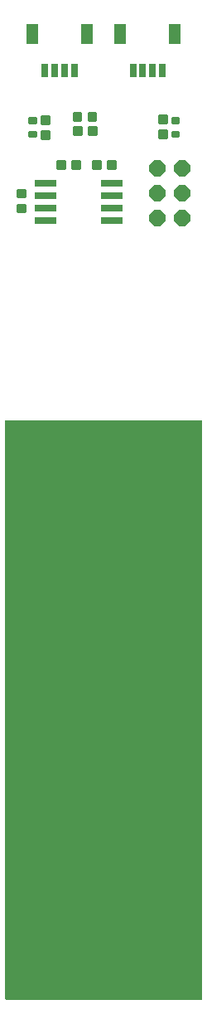
<source format=gbr>
G04 EAGLE Gerber RS-274X export*
G75*
%MOMM*%
%FSLAX34Y34*%
%LPD*%
%AMOC8*
5,1,8,0,0,1.08239X$1,22.5*%
G01*
%ADD10C,0.326897*%
%ADD11C,0.257809*%
%ADD12P,1.787675X8X292.500000*%
%ADD13R,0.701600X1.451600*%
%ADD14R,1.301600X2.101600*%
%ADD15R,2.311400X0.711200*%
%ADD16C,1.320800*%

G36*
X200102Y-873D02*
X200102Y-873D01*
X200204Y-865D01*
X200232Y-853D01*
X200263Y-848D01*
X200355Y-804D01*
X200451Y-766D01*
X200474Y-746D01*
X200502Y-733D01*
X200577Y-663D01*
X200657Y-598D01*
X200674Y-572D01*
X200696Y-551D01*
X200747Y-462D01*
X200804Y-377D01*
X200810Y-353D01*
X200828Y-321D01*
X200886Y-61D01*
X200883Y-23D01*
X200888Y0D01*
X200888Y590000D01*
X200873Y590102D01*
X200865Y590204D01*
X200853Y590232D01*
X200848Y590263D01*
X200804Y590355D01*
X200766Y590451D01*
X200746Y590474D01*
X200733Y590502D01*
X200663Y590577D01*
X200598Y590657D01*
X200572Y590674D01*
X200551Y590696D01*
X200462Y590747D01*
X200377Y590804D01*
X200353Y590810D01*
X200321Y590828D01*
X200061Y590886D01*
X200023Y590883D01*
X200000Y590888D01*
X0Y590888D01*
X-102Y590873D01*
X-204Y590865D01*
X-232Y590853D01*
X-263Y590848D01*
X-355Y590804D01*
X-451Y590766D01*
X-474Y590746D01*
X-502Y590733D01*
X-577Y590663D01*
X-657Y590598D01*
X-674Y590572D01*
X-696Y590551D01*
X-747Y590462D01*
X-804Y590377D01*
X-810Y590353D01*
X-828Y590321D01*
X-886Y590061D01*
X-883Y590023D01*
X-888Y590000D01*
X-888Y0D01*
X-873Y-102D01*
X-865Y-204D01*
X-853Y-232D01*
X-848Y-263D01*
X-804Y-355D01*
X-766Y-451D01*
X-746Y-474D01*
X-733Y-502D01*
X-663Y-577D01*
X-598Y-657D01*
X-572Y-674D01*
X-551Y-696D01*
X-462Y-747D01*
X-377Y-804D01*
X-353Y-810D01*
X-321Y-828D01*
X-61Y-886D01*
X-23Y-883D01*
X0Y-888D01*
X200000Y-888D01*
X200102Y-873D01*
G37*
D10*
X96119Y847891D02*
X89481Y847891D01*
X89481Y854529D01*
X96119Y854529D01*
X96119Y847891D01*
X96119Y850997D02*
X89481Y850997D01*
X89481Y854103D02*
X96119Y854103D01*
X104721Y847891D02*
X111359Y847891D01*
X104721Y847891D02*
X104721Y854529D01*
X111359Y854529D01*
X111359Y847891D01*
X111359Y850997D02*
X104721Y850997D01*
X104721Y854103D02*
X111359Y854103D01*
D11*
X169781Y894591D02*
X169781Y899379D01*
X176219Y899379D01*
X176219Y894591D01*
X169781Y894591D01*
X169781Y897040D02*
X176219Y897040D01*
X169781Y885409D02*
X169781Y880621D01*
X169781Y885409D02*
X176219Y885409D01*
X176219Y880621D01*
X169781Y880621D01*
X169781Y883070D02*
X176219Y883070D01*
X23781Y894591D02*
X23781Y899379D01*
X30219Y899379D01*
X30219Y894591D01*
X23781Y894591D01*
X23781Y897040D02*
X30219Y897040D01*
X23781Y885409D02*
X23781Y880621D01*
X23781Y885409D02*
X30219Y885409D01*
X30219Y880621D01*
X23781Y880621D01*
X23781Y883070D02*
X30219Y883070D01*
D12*
X154576Y848068D03*
X179976Y848068D03*
X154576Y822668D03*
X179976Y822668D03*
X154576Y797268D03*
X179976Y797268D03*
D13*
X160000Y948000D03*
X150000Y948000D03*
X140000Y948000D03*
X130000Y948000D03*
D14*
X117000Y984750D03*
X173000Y984750D03*
D10*
X164057Y886055D02*
X164057Y879417D01*
X157419Y879417D01*
X157419Y886055D01*
X164057Y886055D01*
X164057Y882523D02*
X157419Y882523D01*
X157419Y885629D02*
X164057Y885629D01*
X164057Y894657D02*
X164057Y901295D01*
X164057Y894657D02*
X157419Y894657D01*
X157419Y901295D01*
X164057Y901295D01*
X164057Y897763D02*
X157419Y897763D01*
X157419Y900869D02*
X164057Y900869D01*
X43749Y885261D02*
X43749Y878623D01*
X37111Y878623D01*
X37111Y885261D01*
X43749Y885261D01*
X43749Y881729D02*
X37111Y881729D01*
X37111Y884835D02*
X43749Y884835D01*
X43749Y893863D02*
X43749Y900501D01*
X43749Y893863D02*
X37111Y893863D01*
X37111Y900501D01*
X43749Y900501D01*
X43749Y896969D02*
X37111Y896969D01*
X37111Y900075D02*
X43749Y900075D01*
X85109Y903959D02*
X91747Y903959D01*
X91747Y897321D01*
X85109Y897321D01*
X85109Y903959D01*
X85109Y900427D02*
X91747Y900427D01*
X91747Y903533D02*
X85109Y903533D01*
X76507Y903959D02*
X69869Y903959D01*
X76507Y903959D02*
X76507Y897321D01*
X69869Y897321D01*
X69869Y903959D01*
X69869Y900427D02*
X76507Y900427D01*
X76507Y903533D02*
X69869Y903533D01*
X85331Y889163D02*
X91969Y889163D01*
X91969Y882525D01*
X85331Y882525D01*
X85331Y889163D01*
X85331Y885631D02*
X91969Y885631D01*
X91969Y888737D02*
X85331Y888737D01*
X76729Y889163D02*
X70091Y889163D01*
X76729Y889163D02*
X76729Y882525D01*
X70091Y882525D01*
X70091Y889163D01*
X70091Y885631D02*
X76729Y885631D01*
X76729Y888737D02*
X70091Y888737D01*
D15*
X40684Y832508D03*
X40684Y819808D03*
X40684Y807108D03*
X40684Y794408D03*
X107994Y794408D03*
X107994Y807108D03*
X107994Y819808D03*
X107994Y832508D03*
D10*
X19603Y810237D02*
X19603Y803599D01*
X12965Y803599D01*
X12965Y810237D01*
X19603Y810237D01*
X19603Y806705D02*
X12965Y806705D01*
X12965Y809811D02*
X19603Y809811D01*
X19603Y818839D02*
X19603Y825477D01*
X19603Y818839D02*
X12965Y818839D01*
X12965Y825477D01*
X19603Y825477D01*
X19603Y821945D02*
X12965Y821945D01*
X12965Y825051D02*
X19603Y825051D01*
D13*
X70000Y948000D03*
X60000Y948000D03*
X50000Y948000D03*
X40000Y948000D03*
D14*
X27000Y984750D03*
X83000Y984750D03*
D10*
X59707Y847835D02*
X53069Y847835D01*
X53069Y854473D01*
X59707Y854473D01*
X59707Y847835D01*
X59707Y850941D02*
X53069Y850941D01*
X53069Y854047D02*
X59707Y854047D01*
X68309Y847835D02*
X74947Y847835D01*
X68309Y847835D02*
X68309Y854473D01*
X74947Y854473D01*
X74947Y847835D01*
X74947Y850941D02*
X68309Y850941D01*
X68309Y854047D02*
X74947Y854047D01*
D16*
X165000Y50000D03*
X180000Y100000D03*
X150000Y100000D03*
X150000Y150000D03*
X150000Y200000D03*
X150000Y250000D03*
X150000Y300000D03*
X150000Y350000D03*
X150000Y400000D03*
X150000Y450000D03*
X150000Y500000D03*
X180000Y150000D03*
X180000Y200000D03*
X180000Y250000D03*
X180000Y300000D03*
X180000Y350000D03*
X180000Y400000D03*
X180000Y450000D03*
X180000Y500000D03*
X35000Y50000D03*
X50000Y100000D03*
X20000Y100000D03*
X20000Y150000D03*
X20000Y200000D03*
X20000Y250000D03*
X20000Y300000D03*
X20000Y350000D03*
X20000Y400000D03*
X20000Y450000D03*
X20000Y500000D03*
X50000Y150000D03*
X50000Y200000D03*
X50000Y250000D03*
X50000Y300000D03*
X50000Y350000D03*
X50000Y400000D03*
X50000Y450000D03*
X50000Y500000D03*
M02*

</source>
